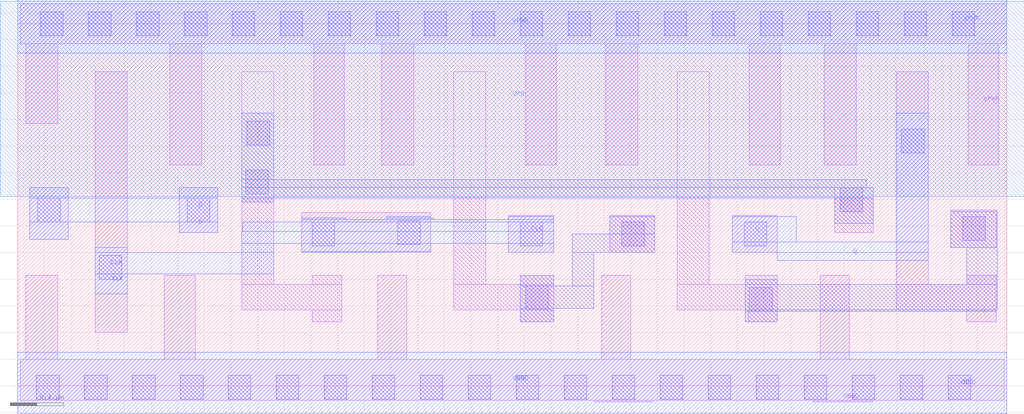
<source format=lef>
VERSION 5.7 ;
  NOWIREEXTENSIONATPIN ON ;
  DIVIDERCHAR "/" ;
  BUSBITCHARS "[]" ;
MACRO sky130_vsddfxtp_1
  CLASS CORE ;
  FOREIGN sky130_vsddfxtp_1 ;
  ORIGIN 0.000 0.000 ;
  SIZE 7.420 BY 2.720 ;
  SYMMETRY X Y R90 ;
  SITE unithd ;
  PIN D
    DIRECTION INPUT ;
    USE SIGNAL ;
    ANTENNAGATEAREA 0.297000 ;
    PORT
      LAYER li1 ;
        RECT 0.090 1.100 0.380 1.490 ;
        RECT 1.210 1.150 1.500 1.490 ;
      LAYER mcon ;
        RECT 0.150 1.230 0.320 1.410 ;
        RECT 1.270 1.230 1.440 1.410 ;
      LAYER met1 ;
        RECT 0.090 1.410 0.380 1.490 ;
        RECT 1.210 1.410 1.500 1.490 ;
        RECT 0.090 1.230 1.500 1.410 ;
        RECT 0.090 1.100 0.380 1.230 ;
        RECT 1.210 1.150 1.500 1.230 ;
    END
  END D
  PIN CLK
    DIRECTION INPUT ;
    USE CLOCK ;
    ANTENNAGATEAREA 0.508500 ;
    ANTENNADIFFAREA 0.259300 ;
    PORT
      LAYER li1 ;
        RECT 0.580 0.400 0.820 2.360 ;
        RECT 2.130 1.000 3.100 1.300 ;
        RECT 3.680 1.000 4.020 1.280 ;
      LAYER mcon ;
        RECT 2.210 1.050 2.380 1.230 ;
        RECT 2.850 1.060 3.020 1.240 ;
        RECT 3.770 1.050 3.940 1.230 ;
        RECT 0.610 0.800 0.780 0.980 ;
      LAYER met1 ;
        RECT 2.770 1.260 3.100 1.270 ;
        RECT 2.130 1.250 2.460 1.260 ;
        RECT 2.770 1.250 3.120 1.260 ;
        RECT 3.680 1.250 4.020 1.270 ;
        RECT 2.130 1.230 4.020 1.250 ;
        RECT 1.690 1.160 4.020 1.230 ;
        RECT 1.680 1.070 4.020 1.160 ;
        RECT 0.580 1.000 0.820 1.040 ;
        RECT 1.680 1.000 1.920 1.070 ;
        RECT 2.130 1.010 3.100 1.070 ;
        RECT 2.130 1.000 2.800 1.010 ;
        RECT 3.680 1.000 4.020 1.070 ;
        RECT 0.580 0.840 1.920 1.000 ;
        RECT 0.580 0.690 0.820 0.840 ;
    END
  END CLK
  PIN Q
    DIRECTION OUTPUT ;
    USE SIGNAL ;
    ANTENNAGATEAREA 0.169500 ;
    ANTENNADIFFAREA 0.403100 ;
    PORT
      LAYER li1 ;
        RECT 5.360 1.000 5.700 1.280 ;
        RECT 6.590 0.760 6.830 2.360 ;
        RECT 7.120 0.760 7.340 0.830 ;
        RECT 6.590 0.570 7.340 0.760 ;
        RECT 7.120 0.480 7.340 0.570 ;
      LAYER mcon ;
        RECT 6.630 1.750 6.800 1.930 ;
        RECT 5.450 1.050 5.620 1.230 ;
      LAYER met1 ;
        RECT 5.360 1.080 5.840 1.270 ;
        RECT 6.590 1.080 6.830 2.050 ;
        RECT 5.360 1.000 6.830 1.080 ;
        RECT 5.700 0.940 6.830 1.000 ;
    END
  END Q
  PIN VGND
    DIRECTION INOUT ;
    USE GROUND ;
    PORT
      LAYER li1 ;
        RECT 0.060 0.200 0.300 0.830 ;
        RECT 1.100 0.200 1.330 0.830 ;
        RECT 2.700 0.200 2.920 0.830 ;
        RECT 4.380 0.200 4.600 0.830 ;
        RECT 6.020 0.200 6.240 0.830 ;
        RECT 0.020 -0.110 7.400 0.200 ;
        RECT 4.330 -0.120 4.770 -0.110 ;
        RECT 5.970 -0.120 6.410 -0.110 ;
      LAYER mcon ;
        RECT 0.140 -0.100 0.310 0.080 ;
        RECT 0.500 -0.100 0.670 0.080 ;
        RECT 0.860 -0.100 1.030 0.080 ;
        RECT 1.220 -0.100 1.390 0.080 ;
        RECT 1.580 -0.100 1.750 0.080 ;
        RECT 1.940 -0.100 2.110 0.080 ;
        RECT 2.300 -0.100 2.470 0.080 ;
        RECT 2.660 -0.100 2.830 0.080 ;
        RECT 3.020 -0.100 3.190 0.080 ;
        RECT 3.380 -0.100 3.550 0.080 ;
        RECT 3.740 -0.100 3.910 0.080 ;
        RECT 4.100 -0.100 4.270 0.080 ;
        RECT 4.460 -0.100 4.630 0.080 ;
        RECT 4.820 -0.100 4.990 0.080 ;
        RECT 5.180 -0.100 5.350 0.080 ;
        RECT 5.540 -0.100 5.710 0.080 ;
        RECT 5.900 -0.100 6.070 0.080 ;
        RECT 6.260 -0.100 6.430 0.080 ;
        RECT 6.620 -0.100 6.790 0.080 ;
        RECT 6.980 -0.100 7.150 0.080 ;
      LAYER met1 ;
        RECT 0.000 -0.210 7.420 0.250 ;
    END
  END VGND
  PIN VNB
    DIRECTION INOUT ;
    USE GROUND ;
    PORT
      LAYER li1 ;
        RECT 0.060 0.200 0.300 0.830 ;
        RECT 1.100 0.200 1.330 0.830 ;
        RECT 2.700 0.200 2.920 0.830 ;
        RECT 4.380 0.200 4.600 0.830 ;
        RECT 6.020 0.200 6.240 0.830 ;
        RECT 0.020 -0.110 7.400 0.200 ;
        RECT 4.330 -0.120 4.770 -0.110 ;
        RECT 5.970 -0.120 6.410 -0.110 ;
      LAYER mcon ;
        RECT 0.140 -0.100 0.310 0.080 ;
        RECT 0.500 -0.100 0.670 0.080 ;
        RECT 0.860 -0.100 1.030 0.080 ;
        RECT 1.220 -0.100 1.390 0.080 ;
        RECT 1.580 -0.100 1.750 0.080 ;
        RECT 1.940 -0.100 2.110 0.080 ;
        RECT 2.300 -0.100 2.470 0.080 ;
        RECT 2.660 -0.100 2.830 0.080 ;
        RECT 3.020 -0.100 3.190 0.080 ;
        RECT 3.380 -0.100 3.550 0.080 ;
        RECT 3.740 -0.100 3.910 0.080 ;
        RECT 4.100 -0.100 4.270 0.080 ;
        RECT 4.460 -0.100 4.630 0.080 ;
        RECT 4.820 -0.100 4.990 0.080 ;
        RECT 5.180 -0.100 5.350 0.080 ;
        RECT 5.540 -0.100 5.710 0.080 ;
        RECT 5.900 -0.100 6.070 0.080 ;
        RECT 6.260 -0.100 6.430 0.080 ;
        RECT 6.620 -0.100 6.790 0.080 ;
        RECT 6.980 -0.100 7.150 0.080 ;
      LAYER met1 ;
        RECT 0.000 -0.210 7.420 0.250 ;
    END
  END VNB
  PIN VPWR
    DIRECTION INOUT ;
    USE POWER ;
    PORT
      LAYER li1 ;
        RECT 0.020 2.570 7.420 2.870 ;
        RECT 0.060 1.970 0.300 2.570 ;
        RECT 1.140 1.660 1.380 2.570 ;
        RECT 2.220 1.660 2.450 2.570 ;
        RECT 2.730 1.660 2.970 2.570 ;
        RECT 3.810 1.660 4.040 2.570 ;
        RECT 4.410 1.660 4.650 2.570 ;
        RECT 5.490 1.660 5.720 2.570 ;
        RECT 6.050 1.660 6.290 2.570 ;
        RECT 7.130 1.660 7.360 2.570 ;
      LAYER mcon ;
        RECT 0.170 2.630 0.340 2.810 ;
        RECT 0.530 2.630 0.700 2.810 ;
        RECT 0.890 2.630 1.060 2.810 ;
        RECT 1.250 2.630 1.420 2.810 ;
        RECT 1.610 2.630 1.780 2.810 ;
        RECT 1.970 2.630 2.140 2.810 ;
        RECT 2.330 2.630 2.500 2.810 ;
        RECT 2.690 2.630 2.860 2.810 ;
        RECT 3.050 2.630 3.220 2.810 ;
        RECT 3.410 2.630 3.580 2.810 ;
        RECT 3.770 2.630 3.940 2.810 ;
        RECT 4.130 2.630 4.300 2.810 ;
        RECT 4.490 2.630 4.660 2.810 ;
        RECT 4.850 2.630 5.020 2.810 ;
        RECT 5.210 2.630 5.380 2.810 ;
        RECT 5.570 2.630 5.740 2.810 ;
        RECT 5.930 2.630 6.100 2.810 ;
        RECT 6.290 2.630 6.460 2.810 ;
        RECT 6.650 2.630 6.820 2.810 ;
        RECT 7.010 2.630 7.180 2.810 ;
      LAYER met1 ;
        RECT 0.000 2.500 7.420 2.900 ;
    END
  END VPWR
  PIN VPB
    DIRECTION INOUT ;
    USE POWER ;
    PORT
      LAYER nwell ;
        RECT -0.130 1.420 7.550 2.890 ;
    END
  END VPB
  OBS
      LAYER li1 ;
        RECT 1.680 0.760 1.920 2.360 ;
        RECT 2.210 0.760 2.430 0.830 ;
        RECT 1.680 0.570 2.430 0.760 ;
        RECT 3.270 0.760 3.510 2.360 ;
        RECT 4.440 1.000 4.780 1.280 ;
        RECT 3.770 0.760 4.020 0.830 ;
        RECT 3.270 0.570 4.020 0.760 ;
        RECT 4.950 0.760 5.190 2.360 ;
        RECT 6.130 1.150 6.420 1.490 ;
        RECT 7.000 1.040 7.340 1.320 ;
        RECT 5.460 0.760 5.700 0.830 ;
        RECT 4.950 0.570 5.700 0.760 ;
        RECT 2.210 0.480 2.430 0.570 ;
        RECT 3.770 0.480 4.020 0.570 ;
        RECT 5.480 0.480 5.700 0.570 ;
      LAYER mcon ;
        RECT 1.720 1.810 1.890 1.990 ;
        RECT 1.710 1.440 1.880 1.620 ;
        RECT 4.530 1.050 4.700 1.230 ;
        RECT 3.810 0.570 3.980 0.750 ;
        RECT 6.170 1.310 6.340 1.490 ;
        RECT 7.090 1.090 7.260 1.270 ;
        RECT 5.490 0.560 5.660 0.740 ;
      LAYER met1 ;
        RECT 1.680 1.550 1.920 2.050 ;
        RECT 1.680 1.490 6.370 1.550 ;
        RECT 1.680 1.410 6.420 1.490 ;
        RECT 1.680 1.380 1.920 1.410 ;
        RECT 4.440 1.140 4.780 1.270 ;
        RECT 6.130 1.220 6.420 1.410 ;
        RECT 4.160 1.000 4.780 1.140 ;
        RECT 7.000 1.040 7.350 1.310 ;
        RECT 3.770 0.750 4.020 0.830 ;
        RECT 4.160 0.750 4.320 1.000 ;
        RECT 3.770 0.580 4.320 0.750 ;
        RECT 5.460 0.760 5.700 0.800 ;
        RECT 7.120 0.760 7.350 1.040 ;
        RECT 3.770 0.480 4.020 0.580 ;
        RECT 5.460 0.570 7.350 0.760 ;
        RECT 5.460 0.560 7.340 0.570 ;
        RECT 5.460 0.480 5.700 0.560 ;
  END
END sky130_vsddfxtp_1
END LIBRARY


</source>
